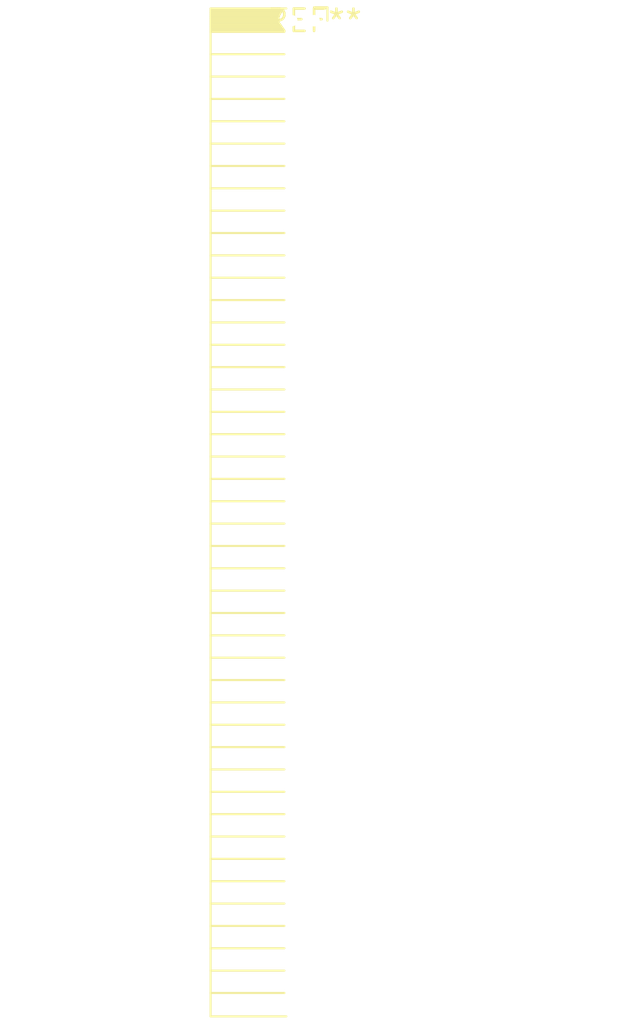
<source format=kicad_pcb>
(kicad_pcb (version 20240108) (generator pcbnew)
  (layers (0 "F.Cu" signal) (31 "B.Cu" signal) (34 "B.Paste" user) (35 "F.Paste" user) (36 "B.SilkS" user "B.Silkscreen") (37 "F.SilkS" user "F.Silkscreen") (38 "B.Mask" user) (39 "F.Mask" user) (44 "Edge.Cuts" user))
  (net 0 "")
  (footprint "PinSocket_2x45_P1.27mm_Horizontal" (layer "F.Cu") (at 0 0)
    (property "Reference" "REF**")
    (property "Value" "PinSocket_2x45_P1.27mm_Horizontal")
    (fp_line (start -5.88 -0.695) (end -5.88 56.575) (layer "F.SilkS") (stroke (width 0.12)))
    (fp_line (start -5.88 -0.695) (end -1.57753 -0.695) (layer "F.SilkS") (stroke (width 0.12)))
    (fp_line (start -5.88 -0.575) (end -1.766966 -0.575) (layer "F.SilkS") (stroke (width 0.12)))
    (fp_line (start -5.88 -0.465) (end -1.871145 -0.465) (layer "F.SilkS") (stroke (width 0.12)))
    (fp_line (start -5.88 -0.355) (end -1.941993 -0.355) (layer "F.SilkS") (stroke (width 0.12)))
    (fp_line (start -5.88 -0.245) (end -1.989427 -0.245) (layer "F.SilkS") (stroke (width 0.12)))
    (fp_line (start -5.88 -0.135) (end -2.017914 -0.135) (layer "F.SilkS") (stroke (width 0.12)))
    (fp_line (start -5.88 -0.025) (end -2.029589 -0.025) (layer "F.SilkS") (stroke (width 0.12)))
    (fp_line (start -5.88 0.085) (end -2.025232 0.085) (layer "F.SilkS") (stroke (width 0.12)))
    (fp_line (start -5.88 0.195) (end -2.004558 0.195) (layer "F.SilkS") (stroke (width 0.12)))
    (fp_line (start -5.88 0.305) (end -1.966114 0.305) (layer "F.SilkS") (stroke (width 0.12)))
    (fp_line (start -5.88 0.415) (end -1.906691 0.415) (layer "F.SilkS") (stroke (width 0.12)))
    (fp_line (start -5.88 0.525) (end -1.819523 0.525) (layer "F.SilkS") (stroke (width 0.12)))
    (fp_line (start -5.88 0.635) (end -1.687582 0.635) (layer "F.SilkS") (stroke (width 0.12)))
    (fp_line (start -5.88 1.905) (end -1.687582 1.905) (layer "F.SilkS") (stroke (width 0.12)))
    (fp_line (start -5.88 3.175) (end -1.687582 3.175) (layer "F.SilkS") (stroke (width 0.12)))
    (fp_line (start -5.88 4.445) (end -1.687582 4.445) (layer "F.SilkS") (stroke (width 0.12)))
    (fp_line (start -5.88 5.715) (end -1.687582 5.715) (layer "F.SilkS") (stroke (width 0.12)))
    (fp_line (start -5.88 6.985) (end -1.687582 6.985) (layer "F.SilkS") (stroke (width 0.12)))
    (fp_line (start -5.88 8.255) (end -1.687582 8.255) (layer "F.SilkS") (stroke (width 0.12)))
    (fp_line (start -5.88 9.525) (end -1.687582 9.525) (layer "F.SilkS") (stroke (width 0.12)))
    (fp_line (start -5.88 10.795) (end -1.687582 10.795) (layer "F.SilkS") (stroke (width 0.12)))
    (fp_line (start -5.88 12.065) (end -1.687582 12.065) (layer "F.SilkS") (stroke (width 0.12)))
    (fp_line (start -5.88 13.335) (end -1.687582 13.335) (layer "F.SilkS") (stroke (width 0.12)))
    (fp_line (start -5.88 14.605) (end -1.687582 14.605) (layer "F.SilkS") (stroke (width 0.12)))
    (fp_line (start -5.88 15.875) (end -1.687582 15.875) (layer "F.SilkS") (stroke (width 0.12)))
    (fp_line (start -5.88 17.145) (end -1.687582 17.145) (layer "F.SilkS") (stroke (width 0.12)))
    (fp_line (start -5.88 18.415) (end -1.687582 18.415) (layer "F.SilkS") (stroke (width 0.12)))
    (fp_line (start -5.88 19.685) (end -1.687582 19.685) (layer "F.SilkS") (stroke (width 0.12)))
    (fp_line (start -5.88 20.955) (end -1.687582 20.955) (layer "F.SilkS") (stroke (width 0.12)))
    (fp_line (start -5.88 22.225) (end -1.687582 22.225) (layer "F.SilkS") (stroke (width 0.12)))
    (fp_line (start -5.88 23.495) (end -1.687582 23.495) (layer "F.SilkS") (stroke (width 0.12)))
    (fp_line (start -5.88 24.765) (end -1.687582 24.765) (layer "F.SilkS") (stroke (width 0.12)))
    (fp_line (start -5.88 26.035) (end -1.687582 26.035) (layer "F.SilkS") (stroke (width 0.12)))
    (fp_line (start -5.88 27.305) (end -1.687582 27.305) (layer "F.SilkS") (stroke (width 0.12)))
    (fp_line (start -5.88 28.575) (end -1.687582 28.575) (layer "F.SilkS") (stroke (width 0.12)))
    (fp_line (start -5.88 29.845) (end -1.687582 29.845) (layer "F.SilkS") (stroke (width 0.12)))
    (fp_line (start -5.88 31.115) (end -1.687582 31.115) (layer "F.SilkS") (stroke (width 0.12)))
    (fp_line (start -5.88 32.385) (end -1.687582 32.385) (layer "F.SilkS") (stroke (width 0.12)))
    (fp_line (start -5.88 33.655) (end -1.687582 33.655) (layer "F.SilkS") (stroke (width 0.12)))
    (fp_line (start -5.88 34.925) (end -1.687582 34.925) (layer "F.SilkS") (stroke (width 0.12)))
    (fp_line (start -5.88 36.195) (end -1.687582 36.195) (layer "F.SilkS") (stroke (width 0.12)))
    (fp_line (start -5.88 37.465) (end -1.687582 37.465) (layer "F.SilkS") (stroke (width 0.12)))
    (fp_line (start -5.88 38.735) (end -1.687582 38.735) (layer "F.SilkS") (stroke (width 0.12)))
    (fp_line (start -5.88 40.005) (end -1.687582 40.005) (layer "F.SilkS") (stroke (width 0.12)))
    (fp_line (start -5.88 41.275) (end -1.687582 41.275) (layer "F.SilkS") (stroke (width 0.12)))
    (fp_line (start -5.88 42.545) (end -1.687582 42.545) (layer "F.SilkS") (stroke (width 0.12)))
    (fp_line (start -5.88 43.815) (end -1.687582 43.815) (layer "F.SilkS") (stroke (width 0.12)))
    (fp_line (start -5.88 45.085) (end -1.687582 45.085) (layer "F.SilkS") (stroke (width 0.12)))
    (fp_line (start -5.88 46.355) (end -1.687582 46.355) (layer "F.SilkS") (stroke (width 0.12)))
    (fp_line (start -5.88 47.625) (end -1.687582 47.625) (layer "F.SilkS") (stroke (width 0.12)))
    (fp_line (start -5.88 48.895) (end -1.687582 48.895) (layer "F.SilkS") (stroke (width 0.12)))
    (fp_line (start -5.88 50.165) (end -1.687582 50.165) (layer "F.SilkS") (stroke (width 0.12)))
    (fp_line (start -5.88 51.435) (end -1.687582 51.435) (layer "F.SilkS") (stroke (width 0.12)))
    (fp_line (start -5.88 52.705) (end -1.687582 52.705) (layer "F.SilkS") (stroke (width 0.12)))
    (fp_line (start -5.88 53.975) (end -1.687582 53.975) (layer "F.SilkS") (stroke (width 0.12)))
    (fp_line (start -5.88 55.245) (end -1.687582 55.245) (layer "F.SilkS") (stroke (width 0.12)))
    (fp_line (start -5.88 56.575) (end -1.57753 56.575) (layer "F.SilkS") (stroke (width 0.12)))
    (fp_line (start 0 -0.76) (end 0.76 -0.76) (layer "F.SilkS") (stroke (width 0.12)))
    (fp_line (start 0.76 -0.76) (end 0.76 0) (layer "F.SilkS") (stroke (width 0.12)))
    (pad "1" thru_hole rect (at 0 0) (size 1 1) (drill 0.65) (layers *.Cu *.Mask) (remove_unused_layers))
    (pad "2" thru_hole oval (at -1.27 0) (size 1 1) (drill 0.65) (layers *.Cu *.Mask) (remove_unused_layers))
    (pad "3" thru_hole oval (at 0 1.27) (size 1 1) (drill 0.65) (layers *.Cu *.Mask) (remove_unused_layers))
    (pad "4" thru_hole oval (at -1.27 1.27) (size 1 1) (drill 0.65) (layers *.Cu *.Mask) (remove_unused_layers))
    (pad "5" thru_hole oval (at 0 2.54) (size 1 1) (drill 0.65) (layers *.Cu *.Mask) (remove_unused_layers))
    (pad "6" thru_hole oval (at -1.27 2.54) (size 1 1) (drill 0.65) (layers *.Cu *.Mask) (remove_unused_layers))
    (pad "7" thru_hole oval (at 0 3.81) (size 1 1) (drill 0.65) (layers *.Cu *.Mask) (remove_unused_layers))
    (pad "8" thru_hole oval (at -1.27 3.81) (size 1 1) (drill 0.65) (layers *.Cu *.Mask) (remove_unused_layers))
    (pad "9" thru_hole oval (at 0 5.08) (size 1 1) (drill 0.65) (layers *.Cu *.Mask) (remove_unused_layers))
    (pad "10" thru_hole oval (at -1.27 5.08) (size 1 1) (drill 0.65) (layers *.Cu *.Mask) (remove_unused_layers))
    (pad "11" thru_hole oval (at 0 6.35) (size 1 1) (drill 0.65) (layers *.Cu *.Mask) (remove_unused_layers))
    (pad "12" thru_hole oval (at -1.27 6.35) (size 1 1) (drill 0.65) (layers *.Cu *.Mask) (remove_unused_layers))
    (pad "13" thru_hole oval (at 0 7.62) (size 1 1) (drill 0.65) (layers *.Cu *.Mask) (remove_unused_layers))
    (pad "14" thru_hole oval (at -1.27 7.62) (size 1 1) (drill 0.65) (layers *.Cu *.Mask) (remove_unused_layers))
    (pad "15" thru_hole oval (at 0 8.89) (size 1 1) (drill 0.65) (layers *.Cu *.Mask) (remove_unused_layers))
    (pad "16" thru_hole oval (at -1.27 8.89) (size 1 1) (drill 0.65) (layers *.Cu *.Mask) (remove_unused_layers))
    (pad "17" thru_hole oval (at 0 10.16) (size 1 1) (drill 0.65) (layers *.Cu *.Mask) (remove_unused_layers))
    (pad "18" thru_hole oval (at -1.27 10.16) (size 1 1) (drill 0.65) (layers *.Cu *.Mask) (remove_unused_layers))
    (pad "19" thru_hole oval (at 0 11.43) (size 1 1) (drill 0.65) (layers *.Cu *.Mask) (remove_unused_layers))
    (pad "20" thru_hole oval (at -1.27 11.43) (size 1 1) (drill 0.65) (layers *.Cu *.Mask) (remove_unused_layers))
    (pad "21" thru_hole oval (at 0 12.7) (size 1 1) (drill 0.65) (layers *.Cu *.Mask) (remove_unused_layers))
    (pad "22" thru_hole oval (at -1.27 12.7) (size 1 1) (drill 0.65) (layers *.Cu *.Mask) (remove_unused_layers))
    (pad "23" thru_hole oval (at 0 13.97) (size 1 1) (drill 0.65) (layers *.Cu *.Mask) (remove_unused_layers))
    (pad "24" thru_hole oval (at -1.27 13.97) (size 1 1) (drill 0.65) (layers *.Cu *.Mask) (remove_unused_layers))
    (pad "25" thru_hole oval (at 0 15.24) (size 1 1) (drill 0.65) (layers *.Cu *.Mask) (remove_unused_layers))
    (pad "26" thru_hole oval (at -1.27 15.24) (size 1 1) (drill 0.65) (layers *.Cu *.Mask) (remove_unused_layers))
    (pad "27" thru_hole oval (at 0 16.51) (size 1 1) (drill 0.65) (layers *.Cu *.Mask) (remove_unused_layers))
    (pad "28" thru_hole oval (at -1.27 16.51) (size 1 1) (drill 0.65) (layers *.Cu *.Mask) (remove_unused_layers))
    (pad "29" thru_hole oval (at 0 17.78) (size 1 1) (drill 0.65) (layers *.Cu *.Mask) (remove_unused_layers))
    (pad "30" thru_hole oval (at -1.27 17.78) (size 1 1) (drill 0.65) (layers *.Cu *.Mask) (remove_unused_layers))
    (pad "31" thru_hole oval (at 0 19.05) (size 1 1) (drill 0.65) (layers *.Cu *.Mask) (remove_unused_layers))
    (pad "32" thru_hole oval (at -1.27 19.05) (size 1 1) (drill 0.65) (layers *.Cu *.Mask) (remove_unused_layers))
    (pad "33" thru_hole oval (at 0 20.32) (size 1 1) (drill 0.65) (layers *.Cu *.Mask) (remove_unused_layers))
    (pad "34" thru_hole oval (at -1.27 20.32) (size 1 1) (drill 0.65) (layers *.Cu *.Mask) (remove_unused_layers))
    (pad "35" thru_hole oval (at 0 21.59) (size 1 1) (drill 0.65) (layers *.Cu *.Mask) (remove_unused_layers))
    (pad "36" thru_hole oval (at -1.27 21.59) (size 1 1) (drill 0.65) (layers *.Cu *.Mask) (remove_unused_layers))
    (pad "37" thru_hole oval (at 0 22.86) (size 1 1) (drill 0.65) (layers *.Cu *.Mask) (remove_unused_layers))
    (pad "38" thru_hole oval (at -1.27 22.86) (size 1 1) (drill 0.65) (layers *.Cu *.Mask) (remove_unused_layers))
    (pad "39" thru_hole oval (at 0 24.13) (size 1 1) (drill 0.65) (layers *.Cu *.Mask) (remove_unused_layers))
    (pad "40" thru_hole oval (at -1.27 24.13) (size 1 1) (drill 0.65) (layers *.Cu *.Mask) (remove_unused_layers))
    (pad "41" thru_hole oval (at 0 25.4) (size 1 1) (drill 0.65) (layers *.Cu *.Mask) (remove_unused_layers))
    (pad "42" thru_hole oval (at -1.27 25.4) (size 1 1) (drill 0.65) (layers *.Cu *.Mask) (remove_unused_layers))
    (pad "43" thru_hole oval (at 0 26.67) (size 1 1) (drill 0.65) (layers *.Cu *.Mask) (remove_unused_layers))
    (pad "44" thru_hole oval (at -1.27 26.67) (size 1 1) (drill 0.65) (layers *.Cu *.Mask) (remove_unused_layers))
    (pad "45" thru_hole oval (at 0 27.94) (size 1 1) (drill 0.65) (layers *.Cu *.Mask) (remove_unused_layers))
    (pad "46" thru_hole oval (at -1.27 27.94) (size 1 1) (drill 0.65) (layers *.Cu *.Mask) (remove_unused_layers))
    (pad "47" thru_hole oval (at 0 29.21) (size 1 1) (drill 0.65) (layers *.Cu *.Mask) (remove_unused_layers))
    (pad "48" thru_hole oval (at -1.27 29.21) (size 1 1) (drill 0.65) (layers *.Cu *.Mask) (remove_unused_layers))
    (pad "49" thru_hole oval (at 0 30.48) (size 1 1) (drill 0.65) (layers *.Cu *.Mask) (remove_unused_layers))
    (pad "50" thru_hole oval (at -1.27 30.48) (size 1 1) (drill 0.65) (layers *.Cu *.Mask) (remove_unused_layers))
    (pad "51" thru_hole oval (at 0 31.75) (size 1 1) (drill 0.65) (layers *.Cu *.Mask) (remove_unused_layers))
    (pad "52" thru_hole oval (at -1.27 31.75) (size 1 1) (drill 0.65) (layers *.Cu *.Mask) (remove_unused_layers))
    (pad "53" thru_hole oval (at 0 33.02) (size 1 1) (drill 0.65) (layers *.Cu *.Mask) (remove_unused_layers))
    (pad "54" thru_hole oval (at -1.27 33.02) (size 1 1) (drill 0.65) (layers *.Cu *.Mask) (remove_unused_layers))
    (pad "55" thru_hole oval (at 0 34.29) (size 1 1) (drill 0.65) (layers *.Cu *.Mask) (remove_unused_layers))
    (pad "56" thru_hole oval (at -1.27 34.29) (size 1 1) (drill 0.65) (layers *.Cu *.Mask) (remove_unused_layers))
    (pad "57" thru_hole oval (at 0 35.56) (size 1 1) (drill 0.65) (layers *.Cu *.Mask) (remove_unused_layers))
    (pad "58" thru_hole oval (at -1.27 35.56) (size 1 1) (drill 0.65) (layers *.Cu *.Mask) (remove_unused_layers))
    (pad "59" thru_hole oval (at 0 36.83) (size 1 1) (drill 0.65) (layers *.Cu *.Mask) (remove_unused_layers))
    (pad "60" thru_hole oval (at -1.27 36.83) (size 1 1) (drill 0.65) (layers *.Cu *.Mask) (remove_unused_layers))
    (pad "61" thru_hole oval (at 0 38.1) (size 1 1) (drill 0.65) (layers *.Cu *.Mask) (remove_unused_layers))
    (pad "62" thru_hole oval (at -1.27 38.1) (size 1 1) (drill 0.65) (layers *.Cu *.Mask) (remove_unused_layers))
    (pad "63" thru_hole oval (at 0 39.37) (size 1 1) (drill 0.65) (layers *.Cu *.Mask) (remove_unused_layers))
    (pad "64" thru_hole oval (at -1.27 39.37) (size 1 1) (drill 0.65) (layers *.Cu *.Mask) (remove_unused_layers))
    (pad "65" thru_hole oval (at 0 40.64) (size 1 1) (drill 0.65) (layers *.Cu *.Mask) (remove_unused_layers))
    (pad "66" thru_hole oval (at -1.27 40.64) (size 1 1) (drill 0.65) (layers *.Cu *.Mask) (remove_unused_layers))
    (pad "67" thru_hole oval (at 0 41.91) (size 1 1) (drill 0.65) (layers *.Cu *.Mask) (remove_unused_layers))
    (pad "68" thru_hole oval (at -1.27 41.91) (size 1 1) (drill 0.65) (layers *.Cu *.Mask) (remove_unused_layers))
    (pad "69" thru_hole oval (at 0 43.18) (size 1 1) (drill 0.65) (layers *.Cu *.Mask) (remove_unused_layers))
    (pad "70" thru_hole oval (at -1.27 43.18) (size 1 1) (drill 0.65) (layers *.Cu *.Mask) (remove_unused_layers))
    (pad "71" thru_hole oval (at 0 44.45) (size 1 1) (drill 0.65) (layers *.Cu *.Mask) (remove_unused_layers))
    (pad "72" thru_hole oval (at -1.27 44.45) (size 1 1) (drill 0.65) (layers *.Cu *.Mask) (remove_unused_layers))
    (pad "73" thru_hole oval (at 0 45.72) (size 1 1) (drill 0.65) (layers *.Cu *.Mask) (remove_unused_layers))
    (pad "74" thru_hole oval (at -1.27 45.72) (size 1 1) (drill 0.65) (layers *.Cu *.Mask) (remove_unused_layers))
    (pad "75" thru_hole oval (at 0 46.99) (size 1 1) (drill 0.65) (layers *.Cu *.Mask) (remove_unused_layers))
    (pad "76" thru_hole oval (at -1.27 46.99) (size 1 1) (drill 0.65) (layers *.Cu *.Mask) (remove_unused_layers))
    (pad "77" thru_hole oval (at 0 48.26) (size 1 1) (drill 0.65) (layers *.Cu *.Mask) (remove_unused_layers))
    (pad "78" thru_hole oval (at -1.27 48.26) (size 1 1) (drill 0.65) (layers *.Cu *.Mask) (remove_unused_layers))
    (pad "79" thru_hole oval (at 0 49.53) (size 1 1) (drill 0.65) (layers *.Cu *.Mask) (remove_unused_layers))
    (pad "80" thru_hole oval (at -1.27 49.53) (size 1 1) (drill 0.65) (layers *.Cu *.Mask) (remove_unused_layers))
    (pad "81" thru_hole oval (at 0 50.8) (size 1 1) (drill 0.65) (layers *.Cu *.Mask) (remove_unused_layers))
    (pad "82" thru_hole oval (at -1.27 50.8) (size 1 1) (drill 0.65) (layers *.Cu *.Mask) (remove_unused_layers))
    (pad "83" thru_hole oval (at 0 52.07) (size 1 1) (drill 0.65) (layers *.Cu *.Mask) (remove_unused_layers))
    (pad "84" thru_hole oval (at -1.27 52.07) (size 1 1) (drill 0.65) (layers *.Cu *.Mask) (remove_unused_layers))
    (pad "85" thru_hole oval (at 0 53.34) (size 1 1) (drill 0.65) (layers *.Cu *.Mask) (remove_unused_layers))
    (pad "86" thru_hole oval (at -1.27 53.34) (size 1 1) (drill 0.65) (layers *.Cu *.Mask) (remove_unused_layers))
    (pad "87" thru_hole oval (at 0 54.61) (size 1 1) (drill 0.65) (layers *.Cu *.Mask) (remove_unused_layers))
    (pad "88" thru_hole oval (at -1.27 54.61) (size 1 1) (drill 0.65) (layers *.Cu *.Mask) (remove_unused_layers))
    (pad "89" thru_hole oval (at 0 55.88) (size 1 1) (drill 0.65) (layers *.Cu *.Mask) (remove_unused_layers))
    (pad "90" thru_hole oval (at -1.27 55.88) (size 1 1) (drill 0.65) (layers *.Cu *.Mask) (remove_unused_layers))
  )
)
</source>
